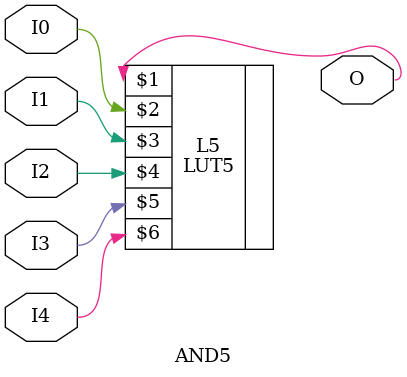
<source format=v>


`timescale  1 ps / 1 ps


module AND5 (O, I0, I1, I2, I3, I4);

    output O;

    input  I0, I1, I2, I3, I4;

    LUT5 #(.INIT(32'h80000000)) L5 (O, I0, I1, I2, I3, I4);

endmodule

</source>
